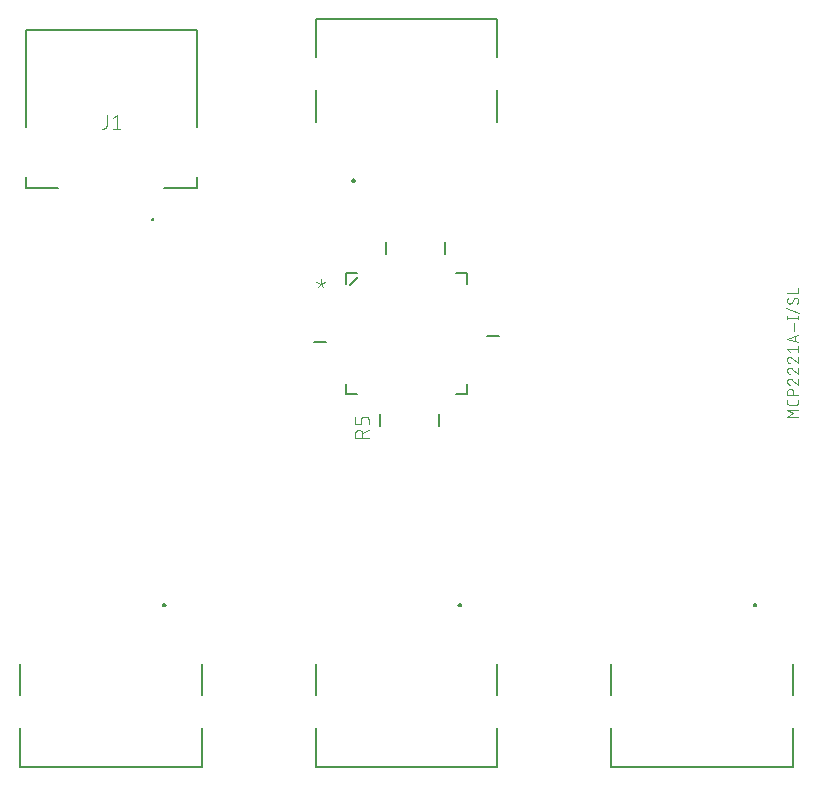
<source format=gbr>
G04 EAGLE Gerber RS-274X export*
G75*
%MOMM*%
%FSLAX34Y34*%
%LPD*%
%INSilkscreen Top*%
%IPPOS*%
%AMOC8*
5,1,8,0,0,1.08239X$1,22.5*%
G01*
%ADD10C,0.076200*%
%ADD11C,0.127000*%
%ADD12C,0.200000*%
%ADD13C,0.152400*%
%ADD14C,0.200000*%
%ADD15C,0.101600*%


D10*
X731619Y279381D02*
X722221Y279381D01*
X727442Y282514D01*
X722221Y285646D01*
X731619Y285646D01*
X731619Y292024D02*
X731619Y294113D01*
X731619Y292024D02*
X731617Y291935D01*
X731611Y291847D01*
X731602Y291759D01*
X731589Y291671D01*
X731572Y291584D01*
X731552Y291498D01*
X731527Y291413D01*
X731500Y291328D01*
X731468Y291245D01*
X731434Y291164D01*
X731395Y291084D01*
X731354Y291006D01*
X731309Y290929D01*
X731261Y290855D01*
X731210Y290782D01*
X731156Y290712D01*
X731098Y290645D01*
X731038Y290579D01*
X730976Y290517D01*
X730910Y290457D01*
X730843Y290399D01*
X730773Y290345D01*
X730700Y290294D01*
X730626Y290246D01*
X730549Y290201D01*
X730471Y290160D01*
X730391Y290121D01*
X730310Y290087D01*
X730227Y290055D01*
X730142Y290028D01*
X730057Y290003D01*
X729971Y289983D01*
X729884Y289966D01*
X729796Y289953D01*
X729708Y289944D01*
X729620Y289938D01*
X729531Y289936D01*
X724309Y289936D01*
X724309Y289935D02*
X724218Y289937D01*
X724127Y289943D01*
X724036Y289953D01*
X723946Y289967D01*
X723857Y289985D01*
X723768Y290006D01*
X723681Y290032D01*
X723595Y290061D01*
X723510Y290094D01*
X723426Y290131D01*
X723344Y290171D01*
X723265Y290215D01*
X723187Y290262D01*
X723111Y290313D01*
X723037Y290367D01*
X722966Y290424D01*
X722898Y290484D01*
X722832Y290547D01*
X722769Y290613D01*
X722709Y290681D01*
X722652Y290752D01*
X722598Y290826D01*
X722547Y290902D01*
X722500Y290979D01*
X722456Y291059D01*
X722416Y291141D01*
X722379Y291225D01*
X722346Y291309D01*
X722317Y291396D01*
X722291Y291483D01*
X722270Y291572D01*
X722252Y291661D01*
X722238Y291751D01*
X722228Y291842D01*
X722222Y291933D01*
X722220Y292024D01*
X722221Y292024D02*
X722221Y294113D01*
X722221Y298017D02*
X731619Y298017D01*
X722221Y298017D02*
X722221Y300628D01*
X722223Y300729D01*
X722229Y300830D01*
X722239Y300931D01*
X722252Y301031D01*
X722270Y301131D01*
X722291Y301230D01*
X722317Y301328D01*
X722346Y301425D01*
X722378Y301521D01*
X722415Y301615D01*
X722455Y301708D01*
X722499Y301800D01*
X722546Y301889D01*
X722597Y301977D01*
X722651Y302063D01*
X722708Y302146D01*
X722768Y302228D01*
X722832Y302306D01*
X722898Y302383D01*
X722968Y302456D01*
X723040Y302527D01*
X723115Y302595D01*
X723193Y302660D01*
X723273Y302722D01*
X723355Y302781D01*
X723440Y302837D01*
X723527Y302889D01*
X723615Y302938D01*
X723706Y302984D01*
X723798Y303025D01*
X723892Y303064D01*
X723987Y303098D01*
X724083Y303129D01*
X724181Y303156D01*
X724279Y303180D01*
X724379Y303199D01*
X724479Y303215D01*
X724579Y303227D01*
X724680Y303235D01*
X724781Y303239D01*
X724883Y303239D01*
X724984Y303235D01*
X725085Y303227D01*
X725185Y303215D01*
X725285Y303199D01*
X725385Y303180D01*
X725483Y303156D01*
X725581Y303129D01*
X725677Y303098D01*
X725772Y303064D01*
X725866Y303025D01*
X725958Y302984D01*
X726049Y302938D01*
X726138Y302889D01*
X726224Y302837D01*
X726309Y302781D01*
X726391Y302722D01*
X726471Y302660D01*
X726549Y302595D01*
X726624Y302527D01*
X726696Y302456D01*
X726766Y302383D01*
X726832Y302306D01*
X726896Y302228D01*
X726956Y302146D01*
X727013Y302063D01*
X727067Y301977D01*
X727118Y301889D01*
X727165Y301800D01*
X727209Y301708D01*
X727249Y301615D01*
X727286Y301521D01*
X727318Y301425D01*
X727347Y301328D01*
X727373Y301230D01*
X727394Y301131D01*
X727412Y301031D01*
X727425Y300931D01*
X727435Y300830D01*
X727441Y300729D01*
X727443Y300628D01*
X727442Y300628D02*
X727442Y298017D01*
X722221Y309597D02*
X722223Y309692D01*
X722229Y309786D01*
X722238Y309880D01*
X722251Y309974D01*
X722268Y310067D01*
X722289Y310159D01*
X722314Y310251D01*
X722342Y310341D01*
X722374Y310430D01*
X722409Y310518D01*
X722448Y310604D01*
X722490Y310689D01*
X722536Y310772D01*
X722585Y310853D01*
X722637Y310932D01*
X722692Y311009D01*
X722751Y311083D01*
X722812Y311155D01*
X722876Y311225D01*
X722943Y311292D01*
X723013Y311356D01*
X723085Y311417D01*
X723159Y311476D01*
X723236Y311531D01*
X723315Y311583D01*
X723396Y311632D01*
X723479Y311678D01*
X723564Y311720D01*
X723650Y311759D01*
X723738Y311794D01*
X723827Y311826D01*
X723917Y311854D01*
X724009Y311879D01*
X724101Y311900D01*
X724194Y311917D01*
X724288Y311930D01*
X724382Y311939D01*
X724476Y311945D01*
X724571Y311947D01*
X722221Y309597D02*
X722223Y309489D01*
X722229Y309380D01*
X722239Y309272D01*
X722252Y309165D01*
X722270Y309058D01*
X722291Y308951D01*
X722316Y308846D01*
X722345Y308741D01*
X722377Y308638D01*
X722414Y308536D01*
X722454Y308435D01*
X722497Y308336D01*
X722544Y308238D01*
X722595Y308142D01*
X722649Y308048D01*
X722706Y307956D01*
X722767Y307866D01*
X722831Y307778D01*
X722897Y307693D01*
X722967Y307610D01*
X723040Y307530D01*
X723116Y307452D01*
X723194Y307377D01*
X723275Y307305D01*
X723359Y307236D01*
X723445Y307170D01*
X723533Y307107D01*
X723624Y307048D01*
X723716Y306991D01*
X723811Y306938D01*
X723908Y306889D01*
X724006Y306843D01*
X724105Y306800D01*
X724207Y306761D01*
X724309Y306726D01*
X726399Y311164D02*
X726330Y311233D01*
X726259Y311299D01*
X726186Y311363D01*
X726110Y311424D01*
X726031Y311482D01*
X725951Y311536D01*
X725868Y311588D01*
X725784Y311636D01*
X725698Y311682D01*
X725610Y311723D01*
X725520Y311762D01*
X725429Y311797D01*
X725337Y311828D01*
X725244Y311856D01*
X725150Y311880D01*
X725055Y311900D01*
X724959Y311917D01*
X724862Y311930D01*
X724765Y311939D01*
X724668Y311945D01*
X724571Y311947D01*
X726398Y311163D02*
X731619Y306725D01*
X731619Y311946D01*
X724571Y321091D02*
X724476Y321089D01*
X724382Y321083D01*
X724288Y321074D01*
X724194Y321061D01*
X724101Y321044D01*
X724009Y321023D01*
X723917Y320998D01*
X723827Y320970D01*
X723738Y320938D01*
X723650Y320903D01*
X723564Y320864D01*
X723479Y320822D01*
X723396Y320776D01*
X723315Y320727D01*
X723236Y320675D01*
X723159Y320620D01*
X723085Y320561D01*
X723013Y320500D01*
X722943Y320436D01*
X722876Y320369D01*
X722812Y320299D01*
X722751Y320227D01*
X722692Y320153D01*
X722637Y320076D01*
X722585Y319997D01*
X722536Y319916D01*
X722490Y319833D01*
X722448Y319748D01*
X722409Y319662D01*
X722374Y319574D01*
X722342Y319485D01*
X722314Y319395D01*
X722289Y319303D01*
X722268Y319211D01*
X722251Y319118D01*
X722238Y319024D01*
X722229Y318930D01*
X722223Y318836D01*
X722221Y318741D01*
X722223Y318633D01*
X722229Y318524D01*
X722239Y318416D01*
X722252Y318309D01*
X722270Y318202D01*
X722291Y318095D01*
X722316Y317990D01*
X722345Y317885D01*
X722377Y317782D01*
X722414Y317680D01*
X722454Y317579D01*
X722497Y317480D01*
X722544Y317382D01*
X722595Y317286D01*
X722649Y317192D01*
X722706Y317100D01*
X722767Y317010D01*
X722831Y316922D01*
X722897Y316837D01*
X722967Y316754D01*
X723040Y316674D01*
X723116Y316596D01*
X723194Y316521D01*
X723275Y316449D01*
X723359Y316380D01*
X723445Y316314D01*
X723533Y316251D01*
X723624Y316192D01*
X723716Y316135D01*
X723811Y316082D01*
X723908Y316033D01*
X724006Y315987D01*
X724105Y315944D01*
X724207Y315905D01*
X724309Y315870D01*
X726399Y320308D02*
X726330Y320377D01*
X726259Y320443D01*
X726186Y320507D01*
X726110Y320568D01*
X726031Y320626D01*
X725951Y320680D01*
X725868Y320732D01*
X725784Y320780D01*
X725698Y320826D01*
X725610Y320867D01*
X725520Y320906D01*
X725429Y320941D01*
X725337Y320972D01*
X725244Y321000D01*
X725150Y321024D01*
X725055Y321044D01*
X724959Y321061D01*
X724862Y321074D01*
X724765Y321083D01*
X724668Y321089D01*
X724571Y321091D01*
X726398Y320307D02*
X731619Y315869D01*
X731619Y321090D01*
X724571Y330235D02*
X724476Y330233D01*
X724382Y330227D01*
X724288Y330218D01*
X724194Y330205D01*
X724101Y330188D01*
X724009Y330167D01*
X723917Y330142D01*
X723827Y330114D01*
X723738Y330082D01*
X723650Y330047D01*
X723564Y330008D01*
X723479Y329966D01*
X723396Y329920D01*
X723315Y329871D01*
X723236Y329819D01*
X723159Y329764D01*
X723085Y329705D01*
X723013Y329644D01*
X722943Y329580D01*
X722876Y329513D01*
X722812Y329443D01*
X722751Y329371D01*
X722692Y329297D01*
X722637Y329220D01*
X722585Y329141D01*
X722536Y329060D01*
X722490Y328977D01*
X722448Y328892D01*
X722409Y328806D01*
X722374Y328718D01*
X722342Y328629D01*
X722314Y328539D01*
X722289Y328447D01*
X722268Y328355D01*
X722251Y328262D01*
X722238Y328168D01*
X722229Y328074D01*
X722223Y327980D01*
X722221Y327885D01*
X722223Y327777D01*
X722229Y327668D01*
X722239Y327560D01*
X722252Y327453D01*
X722270Y327346D01*
X722291Y327239D01*
X722316Y327134D01*
X722345Y327029D01*
X722377Y326926D01*
X722414Y326824D01*
X722454Y326723D01*
X722497Y326624D01*
X722544Y326526D01*
X722595Y326430D01*
X722649Y326336D01*
X722706Y326244D01*
X722767Y326154D01*
X722831Y326066D01*
X722897Y325981D01*
X722967Y325898D01*
X723040Y325818D01*
X723116Y325740D01*
X723194Y325665D01*
X723275Y325593D01*
X723359Y325524D01*
X723445Y325458D01*
X723533Y325395D01*
X723624Y325336D01*
X723716Y325279D01*
X723811Y325226D01*
X723908Y325177D01*
X724006Y325131D01*
X724105Y325088D01*
X724207Y325049D01*
X724309Y325014D01*
X726399Y329452D02*
X726330Y329521D01*
X726259Y329587D01*
X726186Y329651D01*
X726110Y329712D01*
X726031Y329770D01*
X725951Y329824D01*
X725868Y329876D01*
X725784Y329924D01*
X725698Y329970D01*
X725610Y330011D01*
X725520Y330050D01*
X725429Y330085D01*
X725337Y330116D01*
X725244Y330144D01*
X725150Y330168D01*
X725055Y330188D01*
X724959Y330205D01*
X724862Y330218D01*
X724765Y330227D01*
X724668Y330233D01*
X724571Y330235D01*
X726398Y329451D02*
X731619Y325013D01*
X731619Y330234D01*
X724309Y334157D02*
X722221Y336768D01*
X731619Y336768D01*
X731619Y339378D02*
X731619Y334157D01*
X731619Y342779D02*
X722221Y345912D01*
X731619Y349044D01*
X729270Y348261D02*
X729270Y343562D01*
X727964Y352533D02*
X727964Y358798D01*
X731619Y363590D02*
X722221Y363590D01*
X731619Y362546D02*
X731619Y364634D01*
X722221Y364634D02*
X722221Y362546D01*
X721177Y372079D02*
X732663Y367902D01*
X731619Y378438D02*
X731617Y378527D01*
X731611Y378615D01*
X731602Y378703D01*
X731589Y378791D01*
X731572Y378878D01*
X731552Y378964D01*
X731527Y379049D01*
X731500Y379134D01*
X731468Y379217D01*
X731434Y379298D01*
X731395Y379378D01*
X731354Y379456D01*
X731309Y379533D01*
X731261Y379607D01*
X731210Y379680D01*
X731156Y379750D01*
X731098Y379817D01*
X731038Y379883D01*
X730976Y379945D01*
X730910Y380005D01*
X730843Y380063D01*
X730773Y380117D01*
X730700Y380168D01*
X730626Y380216D01*
X730549Y380261D01*
X730471Y380302D01*
X730391Y380341D01*
X730310Y380375D01*
X730227Y380407D01*
X730142Y380434D01*
X730057Y380459D01*
X729971Y380479D01*
X729884Y380496D01*
X729796Y380509D01*
X729708Y380518D01*
X729620Y380524D01*
X729531Y380526D01*
X731619Y378438D02*
X731617Y378309D01*
X731611Y378180D01*
X731602Y378051D01*
X731589Y377923D01*
X731572Y377795D01*
X731551Y377668D01*
X731527Y377541D01*
X731499Y377415D01*
X731467Y377290D01*
X731432Y377166D01*
X731393Y377043D01*
X731350Y376921D01*
X731304Y376801D01*
X731254Y376682D01*
X731201Y376564D01*
X731145Y376448D01*
X731085Y376334D01*
X731022Y376221D01*
X730955Y376111D01*
X730886Y376002D01*
X730813Y375896D01*
X730737Y375791D01*
X730658Y375689D01*
X730576Y375590D01*
X730492Y375492D01*
X730404Y375397D01*
X730314Y375305D01*
X724309Y375567D02*
X724220Y375569D01*
X724132Y375575D01*
X724044Y375584D01*
X723956Y375597D01*
X723869Y375614D01*
X723783Y375634D01*
X723698Y375659D01*
X723613Y375686D01*
X723530Y375718D01*
X723449Y375752D01*
X723369Y375791D01*
X723291Y375832D01*
X723214Y375877D01*
X723140Y375925D01*
X723067Y375976D01*
X722997Y376030D01*
X722930Y376088D01*
X722864Y376148D01*
X722802Y376210D01*
X722742Y376276D01*
X722684Y376343D01*
X722630Y376413D01*
X722579Y376486D01*
X722531Y376560D01*
X722486Y376637D01*
X722445Y376715D01*
X722406Y376795D01*
X722372Y376876D01*
X722340Y376959D01*
X722313Y377044D01*
X722288Y377129D01*
X722268Y377215D01*
X722251Y377302D01*
X722238Y377390D01*
X722229Y377478D01*
X722223Y377566D01*
X722221Y377655D01*
X722223Y377775D01*
X722228Y377895D01*
X722238Y378014D01*
X722250Y378134D01*
X722267Y378253D01*
X722287Y378371D01*
X722311Y378489D01*
X722338Y378605D01*
X722369Y378721D01*
X722403Y378836D01*
X722441Y378950D01*
X722483Y379063D01*
X722528Y379174D01*
X722576Y379284D01*
X722627Y379392D01*
X722682Y379499D01*
X722740Y379604D01*
X722802Y379707D01*
X722866Y379808D01*
X722934Y379908D01*
X723004Y380005D01*
X726136Y376610D02*
X726088Y376532D01*
X726036Y376456D01*
X725982Y376383D01*
X725924Y376312D01*
X725863Y376243D01*
X725799Y376177D01*
X725732Y376114D01*
X725663Y376054D01*
X725591Y375997D01*
X725517Y375943D01*
X725440Y375893D01*
X725361Y375845D01*
X725281Y375802D01*
X725198Y375761D01*
X725114Y375725D01*
X725029Y375692D01*
X724942Y375663D01*
X724853Y375637D01*
X724764Y375615D01*
X724674Y375598D01*
X724584Y375584D01*
X724492Y375574D01*
X724401Y375568D01*
X724309Y375566D01*
X727704Y379482D02*
X727752Y379560D01*
X727804Y379636D01*
X727858Y379709D01*
X727916Y379780D01*
X727977Y379849D01*
X728041Y379915D01*
X728108Y379978D01*
X728177Y380038D01*
X728249Y380095D01*
X728323Y380149D01*
X728400Y380199D01*
X728479Y380247D01*
X728559Y380290D01*
X728642Y380331D01*
X728726Y380367D01*
X728811Y380400D01*
X728898Y380429D01*
X728987Y380455D01*
X729076Y380477D01*
X729166Y380494D01*
X729256Y380508D01*
X729348Y380518D01*
X729439Y380524D01*
X729531Y380526D01*
X727703Y379482D02*
X726137Y376610D01*
X722221Y384467D02*
X731619Y384467D01*
X731619Y388643D01*
D11*
X727000Y70600D02*
X727000Y44000D01*
X727000Y16000D02*
X727000Y-16400D01*
X573000Y44000D02*
X573000Y70600D01*
X573000Y16000D02*
X573000Y-16400D01*
X727000Y-16400D01*
D12*
X694000Y120200D02*
X694002Y120263D01*
X694008Y120325D01*
X694018Y120387D01*
X694031Y120449D01*
X694049Y120509D01*
X694070Y120568D01*
X694095Y120626D01*
X694124Y120682D01*
X694156Y120736D01*
X694191Y120788D01*
X694229Y120837D01*
X694271Y120885D01*
X694315Y120929D01*
X694363Y120971D01*
X694412Y121009D01*
X694464Y121044D01*
X694518Y121076D01*
X694574Y121105D01*
X694632Y121130D01*
X694691Y121151D01*
X694751Y121169D01*
X694813Y121182D01*
X694875Y121192D01*
X694937Y121198D01*
X695000Y121200D01*
X695063Y121198D01*
X695125Y121192D01*
X695187Y121182D01*
X695249Y121169D01*
X695309Y121151D01*
X695368Y121130D01*
X695426Y121105D01*
X695482Y121076D01*
X695536Y121044D01*
X695588Y121009D01*
X695637Y120971D01*
X695685Y120929D01*
X695729Y120885D01*
X695771Y120837D01*
X695809Y120788D01*
X695844Y120736D01*
X695876Y120682D01*
X695905Y120626D01*
X695930Y120568D01*
X695951Y120509D01*
X695969Y120449D01*
X695982Y120387D01*
X695992Y120325D01*
X695998Y120263D01*
X696000Y120200D01*
X695998Y120137D01*
X695992Y120075D01*
X695982Y120013D01*
X695969Y119951D01*
X695951Y119891D01*
X695930Y119832D01*
X695905Y119774D01*
X695876Y119718D01*
X695844Y119664D01*
X695809Y119612D01*
X695771Y119563D01*
X695729Y119515D01*
X695685Y119471D01*
X695637Y119429D01*
X695588Y119391D01*
X695536Y119356D01*
X695482Y119324D01*
X695426Y119295D01*
X695368Y119270D01*
X695309Y119249D01*
X695249Y119231D01*
X695187Y119218D01*
X695125Y119208D01*
X695063Y119202D01*
X695000Y119200D01*
X694937Y119202D01*
X694875Y119208D01*
X694813Y119218D01*
X694751Y119231D01*
X694691Y119249D01*
X694632Y119270D01*
X694574Y119295D01*
X694518Y119324D01*
X694464Y119356D01*
X694412Y119391D01*
X694363Y119429D01*
X694315Y119471D01*
X694271Y119515D01*
X694229Y119563D01*
X694191Y119612D01*
X694156Y119664D01*
X694124Y119718D01*
X694095Y119774D01*
X694070Y119832D01*
X694049Y119891D01*
X694031Y119951D01*
X694018Y120013D01*
X694008Y120075D01*
X694002Y120137D01*
X694000Y120200D01*
D11*
X323000Y529400D02*
X323000Y556000D01*
X323000Y584000D02*
X323000Y616400D01*
X477000Y556000D02*
X477000Y529400D01*
X477000Y584000D02*
X477000Y616400D01*
X323000Y616400D01*
D12*
X354000Y479800D02*
X354002Y479863D01*
X354008Y479925D01*
X354018Y479987D01*
X354031Y480049D01*
X354049Y480109D01*
X354070Y480168D01*
X354095Y480226D01*
X354124Y480282D01*
X354156Y480336D01*
X354191Y480388D01*
X354229Y480437D01*
X354271Y480485D01*
X354315Y480529D01*
X354363Y480571D01*
X354412Y480609D01*
X354464Y480644D01*
X354518Y480676D01*
X354574Y480705D01*
X354632Y480730D01*
X354691Y480751D01*
X354751Y480769D01*
X354813Y480782D01*
X354875Y480792D01*
X354937Y480798D01*
X355000Y480800D01*
X355063Y480798D01*
X355125Y480792D01*
X355187Y480782D01*
X355249Y480769D01*
X355309Y480751D01*
X355368Y480730D01*
X355426Y480705D01*
X355482Y480676D01*
X355536Y480644D01*
X355588Y480609D01*
X355637Y480571D01*
X355685Y480529D01*
X355729Y480485D01*
X355771Y480437D01*
X355809Y480388D01*
X355844Y480336D01*
X355876Y480282D01*
X355905Y480226D01*
X355930Y480168D01*
X355951Y480109D01*
X355969Y480049D01*
X355982Y479987D01*
X355992Y479925D01*
X355998Y479863D01*
X356000Y479800D01*
X355998Y479737D01*
X355992Y479675D01*
X355982Y479613D01*
X355969Y479551D01*
X355951Y479491D01*
X355930Y479432D01*
X355905Y479374D01*
X355876Y479318D01*
X355844Y479264D01*
X355809Y479212D01*
X355771Y479163D01*
X355729Y479115D01*
X355685Y479071D01*
X355637Y479029D01*
X355588Y478991D01*
X355536Y478956D01*
X355482Y478924D01*
X355426Y478895D01*
X355368Y478870D01*
X355309Y478849D01*
X355249Y478831D01*
X355187Y478818D01*
X355125Y478808D01*
X355063Y478802D01*
X355000Y478800D01*
X354937Y478802D01*
X354875Y478808D01*
X354813Y478818D01*
X354751Y478831D01*
X354691Y478849D01*
X354632Y478870D01*
X354574Y478895D01*
X354518Y478924D01*
X354464Y478956D01*
X354412Y478991D01*
X354363Y479029D01*
X354315Y479071D01*
X354271Y479115D01*
X354229Y479163D01*
X354191Y479212D01*
X354156Y479264D01*
X354124Y479318D01*
X354095Y479374D01*
X354070Y479432D01*
X354049Y479491D01*
X354031Y479551D01*
X354018Y479613D01*
X354008Y479675D01*
X354002Y479737D01*
X354000Y479800D01*
D11*
X227000Y70600D02*
X227000Y44000D01*
X227000Y16000D02*
X227000Y-16400D01*
X73000Y44000D02*
X73000Y70600D01*
X73000Y16000D02*
X73000Y-16400D01*
X227000Y-16400D01*
D12*
X194000Y120200D02*
X194002Y120263D01*
X194008Y120325D01*
X194018Y120387D01*
X194031Y120449D01*
X194049Y120509D01*
X194070Y120568D01*
X194095Y120626D01*
X194124Y120682D01*
X194156Y120736D01*
X194191Y120788D01*
X194229Y120837D01*
X194271Y120885D01*
X194315Y120929D01*
X194363Y120971D01*
X194412Y121009D01*
X194464Y121044D01*
X194518Y121076D01*
X194574Y121105D01*
X194632Y121130D01*
X194691Y121151D01*
X194751Y121169D01*
X194813Y121182D01*
X194875Y121192D01*
X194937Y121198D01*
X195000Y121200D01*
X195063Y121198D01*
X195125Y121192D01*
X195187Y121182D01*
X195249Y121169D01*
X195309Y121151D01*
X195368Y121130D01*
X195426Y121105D01*
X195482Y121076D01*
X195536Y121044D01*
X195588Y121009D01*
X195637Y120971D01*
X195685Y120929D01*
X195729Y120885D01*
X195771Y120837D01*
X195809Y120788D01*
X195844Y120736D01*
X195876Y120682D01*
X195905Y120626D01*
X195930Y120568D01*
X195951Y120509D01*
X195969Y120449D01*
X195982Y120387D01*
X195992Y120325D01*
X195998Y120263D01*
X196000Y120200D01*
X195998Y120137D01*
X195992Y120075D01*
X195982Y120013D01*
X195969Y119951D01*
X195951Y119891D01*
X195930Y119832D01*
X195905Y119774D01*
X195876Y119718D01*
X195844Y119664D01*
X195809Y119612D01*
X195771Y119563D01*
X195729Y119515D01*
X195685Y119471D01*
X195637Y119429D01*
X195588Y119391D01*
X195536Y119356D01*
X195482Y119324D01*
X195426Y119295D01*
X195368Y119270D01*
X195309Y119249D01*
X195249Y119231D01*
X195187Y119218D01*
X195125Y119208D01*
X195063Y119202D01*
X195000Y119200D01*
X194937Y119202D01*
X194875Y119208D01*
X194813Y119218D01*
X194751Y119231D01*
X194691Y119249D01*
X194632Y119270D01*
X194574Y119295D01*
X194518Y119324D01*
X194464Y119356D01*
X194412Y119391D01*
X194363Y119429D01*
X194315Y119471D01*
X194271Y119515D01*
X194229Y119563D01*
X194191Y119612D01*
X194156Y119664D01*
X194124Y119718D01*
X194095Y119774D01*
X194070Y119832D01*
X194049Y119891D01*
X194031Y119951D01*
X194018Y120013D01*
X194008Y120075D01*
X194002Y120137D01*
X194000Y120200D01*
D11*
X477000Y70600D02*
X477000Y44000D01*
X477000Y16000D02*
X477000Y-16400D01*
X323000Y44000D02*
X323000Y70600D01*
X323000Y16000D02*
X323000Y-16400D01*
X477000Y-16400D01*
D12*
X444000Y120200D02*
X444002Y120263D01*
X444008Y120325D01*
X444018Y120387D01*
X444031Y120449D01*
X444049Y120509D01*
X444070Y120568D01*
X444095Y120626D01*
X444124Y120682D01*
X444156Y120736D01*
X444191Y120788D01*
X444229Y120837D01*
X444271Y120885D01*
X444315Y120929D01*
X444363Y120971D01*
X444412Y121009D01*
X444464Y121044D01*
X444518Y121076D01*
X444574Y121105D01*
X444632Y121130D01*
X444691Y121151D01*
X444751Y121169D01*
X444813Y121182D01*
X444875Y121192D01*
X444937Y121198D01*
X445000Y121200D01*
X445063Y121198D01*
X445125Y121192D01*
X445187Y121182D01*
X445249Y121169D01*
X445309Y121151D01*
X445368Y121130D01*
X445426Y121105D01*
X445482Y121076D01*
X445536Y121044D01*
X445588Y121009D01*
X445637Y120971D01*
X445685Y120929D01*
X445729Y120885D01*
X445771Y120837D01*
X445809Y120788D01*
X445844Y120736D01*
X445876Y120682D01*
X445905Y120626D01*
X445930Y120568D01*
X445951Y120509D01*
X445969Y120449D01*
X445982Y120387D01*
X445992Y120325D01*
X445998Y120263D01*
X446000Y120200D01*
X445998Y120137D01*
X445992Y120075D01*
X445982Y120013D01*
X445969Y119951D01*
X445951Y119891D01*
X445930Y119832D01*
X445905Y119774D01*
X445876Y119718D01*
X445844Y119664D01*
X445809Y119612D01*
X445771Y119563D01*
X445729Y119515D01*
X445685Y119471D01*
X445637Y119429D01*
X445588Y119391D01*
X445536Y119356D01*
X445482Y119324D01*
X445426Y119295D01*
X445368Y119270D01*
X445309Y119249D01*
X445249Y119231D01*
X445187Y119218D01*
X445125Y119208D01*
X445063Y119202D01*
X445000Y119200D01*
X444937Y119202D01*
X444875Y119208D01*
X444813Y119218D01*
X444751Y119231D01*
X444691Y119249D01*
X444632Y119270D01*
X444574Y119295D01*
X444518Y119324D01*
X444464Y119356D01*
X444412Y119391D01*
X444363Y119429D01*
X444315Y119471D01*
X444271Y119515D01*
X444229Y119563D01*
X444191Y119612D01*
X444156Y119664D01*
X444124Y119718D01*
X444095Y119774D01*
X444070Y119832D01*
X444049Y119891D01*
X444031Y119951D01*
X444018Y120013D01*
X444008Y120075D01*
X444002Y120137D01*
X444000Y120200D01*
D13*
X332182Y342634D02*
X322022Y342634D01*
X382474Y417818D02*
X382474Y427978D01*
X432512Y427978D02*
X432512Y417818D01*
X467818Y347968D02*
X477978Y347968D01*
X427432Y282436D02*
X427432Y272276D01*
X377394Y272022D02*
X377394Y282182D01*
X357836Y401054D02*
X348946Y401054D01*
X352248Y391402D02*
X358598Y397752D01*
X357836Y298946D02*
X348946Y298946D01*
X451054Y298946D02*
X451054Y307836D01*
X451054Y401054D02*
X442164Y401054D01*
X348946Y401054D02*
X348946Y392164D01*
X348946Y307836D02*
X348946Y298946D01*
X442164Y298946D02*
X451054Y298946D01*
X451054Y392164D02*
X451054Y401054D01*
D10*
X327321Y396341D02*
X327321Y392362D01*
X329642Y389377D01*
X327321Y392362D02*
X324999Y389377D01*
X327321Y392362D02*
X330968Y393688D01*
X327321Y392362D02*
X323673Y393688D01*
D12*
X222500Y473000D02*
X195000Y473000D01*
D14*
X222500Y473000D03*
D12*
X222500Y483000D01*
X222500Y525000D02*
X222500Y607000D01*
X77500Y607000D01*
X77500Y525000D01*
X77500Y483000D02*
X77500Y473000D01*
X105000Y473000D01*
D14*
X185000Y446000D03*
D12*
X185044Y446002D01*
X185087Y446008D01*
X185129Y446017D01*
X185171Y446030D01*
X185211Y446047D01*
X185250Y446067D01*
X185287Y446090D01*
X185321Y446117D01*
X185354Y446146D01*
X185383Y446179D01*
X185410Y446213D01*
X185433Y446250D01*
X185453Y446289D01*
X185470Y446329D01*
X185483Y446371D01*
X185492Y446413D01*
X185498Y446456D01*
X185500Y446500D01*
X185498Y446544D01*
X185492Y446587D01*
X185483Y446629D01*
X185470Y446671D01*
X185453Y446711D01*
X185433Y446750D01*
X185410Y446787D01*
X185383Y446821D01*
X185354Y446854D01*
X185321Y446883D01*
X185287Y446910D01*
X185250Y446933D01*
X185211Y446953D01*
X185171Y446970D01*
X185129Y446983D01*
X185087Y446992D01*
X185044Y446998D01*
X185000Y447000D01*
D14*
X185000Y447000D03*
D12*
X184956Y446998D01*
X184913Y446992D01*
X184871Y446983D01*
X184829Y446970D01*
X184789Y446953D01*
X184750Y446933D01*
X184713Y446910D01*
X184679Y446883D01*
X184646Y446854D01*
X184617Y446821D01*
X184590Y446787D01*
X184567Y446750D01*
X184547Y446711D01*
X184530Y446671D01*
X184517Y446629D01*
X184508Y446587D01*
X184502Y446544D01*
X184500Y446500D01*
X184502Y446456D01*
X184508Y446413D01*
X184517Y446371D01*
X184530Y446329D01*
X184547Y446289D01*
X184567Y446250D01*
X184590Y446213D01*
X184617Y446179D01*
X184646Y446146D01*
X184679Y446117D01*
X184713Y446090D01*
X184750Y446067D01*
X184789Y446047D01*
X184829Y446030D01*
X184871Y446017D01*
X184913Y446008D01*
X184956Y446002D01*
X185000Y446000D01*
D14*
X185000Y446000D03*
D12*
X185044Y446002D01*
X185087Y446008D01*
X185129Y446017D01*
X185171Y446030D01*
X185211Y446047D01*
X185250Y446067D01*
X185287Y446090D01*
X185321Y446117D01*
X185354Y446146D01*
X185383Y446179D01*
X185410Y446213D01*
X185433Y446250D01*
X185453Y446289D01*
X185470Y446329D01*
X185483Y446371D01*
X185492Y446413D01*
X185498Y446456D01*
X185500Y446500D01*
X185498Y446544D01*
X185492Y446587D01*
X185483Y446629D01*
X185470Y446671D01*
X185453Y446711D01*
X185433Y446750D01*
X185410Y446787D01*
X185383Y446821D01*
X185354Y446854D01*
X185321Y446883D01*
X185287Y446910D01*
X185250Y446933D01*
X185211Y446953D01*
X185171Y446970D01*
X185129Y446983D01*
X185087Y446992D01*
X185044Y446998D01*
X185000Y447000D01*
D15*
X146065Y526354D02*
X146065Y535442D01*
X146065Y526354D02*
X146063Y526255D01*
X146057Y526155D01*
X146048Y526056D01*
X146035Y525958D01*
X146018Y525860D01*
X145997Y525762D01*
X145972Y525666D01*
X145944Y525571D01*
X145912Y525477D01*
X145877Y525384D01*
X145838Y525292D01*
X145795Y525202D01*
X145750Y525114D01*
X145700Y525027D01*
X145648Y524943D01*
X145592Y524860D01*
X145534Y524780D01*
X145472Y524702D01*
X145407Y524627D01*
X145339Y524554D01*
X145269Y524484D01*
X145196Y524416D01*
X145121Y524351D01*
X145043Y524289D01*
X144963Y524231D01*
X144880Y524175D01*
X144796Y524123D01*
X144709Y524073D01*
X144621Y524028D01*
X144531Y523985D01*
X144439Y523946D01*
X144346Y523911D01*
X144252Y523879D01*
X144157Y523851D01*
X144061Y523826D01*
X143963Y523805D01*
X143865Y523788D01*
X143767Y523775D01*
X143668Y523766D01*
X143568Y523760D01*
X143469Y523758D01*
X142170Y523758D01*
X151338Y532846D02*
X154584Y535442D01*
X154584Y523758D01*
X151338Y523758D02*
X157830Y523758D01*
X356208Y261995D02*
X367892Y261995D01*
X356208Y261995D02*
X356208Y265240D01*
X356210Y265353D01*
X356216Y265466D01*
X356226Y265579D01*
X356240Y265692D01*
X356257Y265804D01*
X356279Y265915D01*
X356304Y266025D01*
X356334Y266135D01*
X356367Y266243D01*
X356404Y266350D01*
X356444Y266456D01*
X356489Y266560D01*
X356537Y266663D01*
X356588Y266764D01*
X356643Y266863D01*
X356701Y266960D01*
X356763Y267055D01*
X356828Y267148D01*
X356896Y267238D01*
X356967Y267326D01*
X357042Y267412D01*
X357119Y267495D01*
X357199Y267575D01*
X357282Y267652D01*
X357368Y267727D01*
X357456Y267798D01*
X357546Y267866D01*
X357639Y267931D01*
X357734Y267993D01*
X357831Y268051D01*
X357930Y268106D01*
X358031Y268157D01*
X358134Y268205D01*
X358238Y268250D01*
X358344Y268290D01*
X358451Y268327D01*
X358559Y268360D01*
X358669Y268390D01*
X358779Y268415D01*
X358890Y268437D01*
X359002Y268454D01*
X359115Y268468D01*
X359228Y268478D01*
X359341Y268484D01*
X359454Y268486D01*
X359567Y268484D01*
X359680Y268478D01*
X359793Y268468D01*
X359906Y268454D01*
X360018Y268437D01*
X360129Y268415D01*
X360239Y268390D01*
X360349Y268360D01*
X360457Y268327D01*
X360564Y268290D01*
X360670Y268250D01*
X360774Y268205D01*
X360877Y268157D01*
X360978Y268106D01*
X361077Y268051D01*
X361174Y267993D01*
X361269Y267931D01*
X361362Y267866D01*
X361452Y267798D01*
X361540Y267727D01*
X361626Y267652D01*
X361709Y267575D01*
X361789Y267495D01*
X361866Y267412D01*
X361941Y267326D01*
X362012Y267238D01*
X362080Y267148D01*
X362145Y267055D01*
X362207Y266960D01*
X362265Y266863D01*
X362320Y266764D01*
X362371Y266663D01*
X362419Y266560D01*
X362464Y266456D01*
X362504Y266350D01*
X362541Y266243D01*
X362574Y266135D01*
X362604Y266025D01*
X362629Y265915D01*
X362651Y265804D01*
X362668Y265692D01*
X362682Y265579D01*
X362692Y265466D01*
X362698Y265353D01*
X362700Y265240D01*
X362699Y265240D02*
X362699Y261995D01*
X362699Y265889D02*
X367892Y268486D01*
X367892Y273351D02*
X367892Y277246D01*
X367890Y277345D01*
X367884Y277445D01*
X367875Y277544D01*
X367862Y277642D01*
X367845Y277740D01*
X367824Y277838D01*
X367799Y277934D01*
X367771Y278029D01*
X367739Y278123D01*
X367704Y278216D01*
X367665Y278308D01*
X367622Y278398D01*
X367577Y278486D01*
X367527Y278573D01*
X367475Y278657D01*
X367419Y278740D01*
X367361Y278820D01*
X367299Y278898D01*
X367234Y278973D01*
X367166Y279046D01*
X367096Y279116D01*
X367023Y279184D01*
X366948Y279249D01*
X366870Y279311D01*
X366790Y279369D01*
X366707Y279425D01*
X366623Y279477D01*
X366536Y279527D01*
X366448Y279572D01*
X366358Y279615D01*
X366266Y279654D01*
X366173Y279689D01*
X366079Y279721D01*
X365984Y279749D01*
X365888Y279774D01*
X365790Y279795D01*
X365692Y279812D01*
X365594Y279825D01*
X365495Y279834D01*
X365395Y279840D01*
X365296Y279842D01*
X363997Y279842D01*
X363898Y279840D01*
X363798Y279834D01*
X363699Y279825D01*
X363601Y279812D01*
X363503Y279795D01*
X363405Y279774D01*
X363309Y279749D01*
X363214Y279721D01*
X363120Y279689D01*
X363027Y279654D01*
X362935Y279615D01*
X362845Y279572D01*
X362757Y279527D01*
X362670Y279477D01*
X362586Y279425D01*
X362503Y279369D01*
X362423Y279311D01*
X362345Y279249D01*
X362270Y279184D01*
X362197Y279116D01*
X362127Y279046D01*
X362059Y278973D01*
X361994Y278898D01*
X361932Y278820D01*
X361874Y278740D01*
X361818Y278657D01*
X361766Y278573D01*
X361716Y278486D01*
X361671Y278398D01*
X361628Y278308D01*
X361589Y278216D01*
X361554Y278123D01*
X361522Y278029D01*
X361494Y277934D01*
X361469Y277838D01*
X361448Y277740D01*
X361431Y277642D01*
X361418Y277544D01*
X361409Y277445D01*
X361403Y277345D01*
X361401Y277246D01*
X361401Y273351D01*
X356208Y273351D01*
X356208Y279842D01*
M02*

</source>
